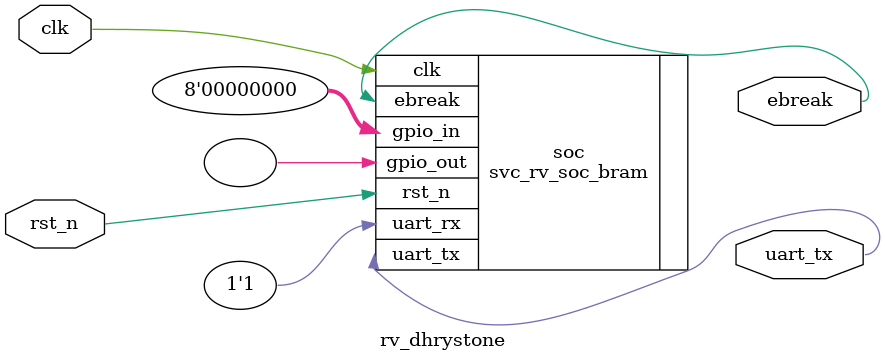
<source format=sv>
`include "svc.sv"

`include "svc_rv_soc_bram.sv"
`include "svc_soc_sim_uart.sv"

module rv_dhrystone #(
    parameter int CLOCK_FREQ = 100_000_000,
    parameter int BAUD_RATE  = 115_200
) (
    input  logic clk,
    input  logic rst_n,
    output logic uart_tx,
    output logic ebreak
);

  //
  // Instantiate RISC-V SoC with BRAM memory
  //
  svc_rv_soc_bram #(
      .CLOCK_FREQ(CLOCK_FREQ),
      .BAUD_RATE(BAUD_RATE),
      .IMEM_DEPTH(8192),  // 32KB instruction memory
      .DMEM_DEPTH(4096),  // 16KB data memory (Dhrystone globals + heap)
      .IMEM_INIT(".build/sw/dhrystone/dhrystone.hex"),
      .DMEM_INIT(".build/sw/dhrystone/dhrystone.hex")
  ) soc (
      .clk     (clk),
      .rst_n   (rst_n),
      .uart_tx (uart_tx),
      .uart_rx (1'b1),
      .gpio_in (8'h00),
      .gpio_out(),
      .ebreak  (ebreak)
  );

endmodule

</source>
